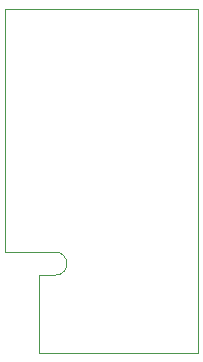
<source format=gbr>
%TF.GenerationSoftware,KiCad,Pcbnew,9.0.6*%
%TF.CreationDate,2025-12-29T21:28:49-05:00*%
%TF.ProjectId,plimsoll,706c696d-736f-46c6-9c2e-6b696361645f,rev?*%
%TF.SameCoordinates,Original*%
%TF.FileFunction,Profile,NP*%
%FSLAX46Y46*%
G04 Gerber Fmt 4.6, Leading zero omitted, Abs format (unit mm)*
G04 Created by KiCad (PCBNEW 9.0.6) date 2025-12-29 21:28:49*
%MOMM*%
%LPD*%
G01*
G04 APERTURE LIST*
%TA.AperFunction,Profile*%
%ADD10C,0.050000*%
%TD*%
G04 APERTURE END LIST*
D10*
X27770000Y-42560000D02*
X27770000Y-49150000D01*
X29139930Y-40600000D02*
X24900000Y-40600000D01*
X41200000Y-49150000D02*
X41200000Y-20000000D01*
X24900000Y-20000000D02*
X24900000Y-40600000D01*
X29139930Y-40600000D02*
G75*
G02*
X29138831Y-42559840I-550J-979920D01*
G01*
X27770000Y-49150000D02*
X41200000Y-49150000D01*
X29138831Y-42559845D02*
X27770000Y-42560000D01*
X24900000Y-20000000D02*
X41200000Y-20000000D01*
M02*

</source>
